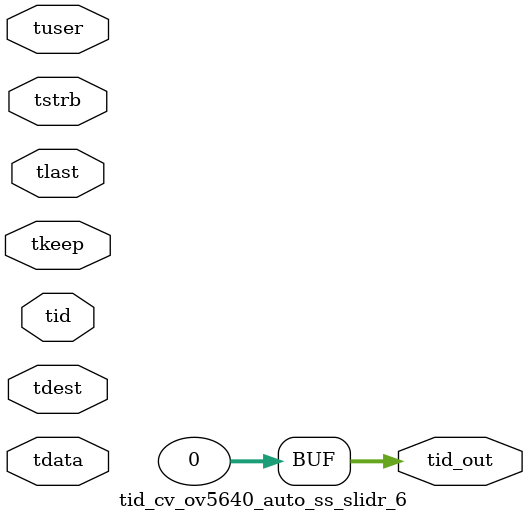
<source format=v>


`timescale 1ps/1ps

module tid_cv_ov5640_auto_ss_slidr_6 #
(
parameter C_S_AXIS_TID_WIDTH   = 1,
parameter C_S_AXIS_TUSER_WIDTH = 0,
parameter C_S_AXIS_TDATA_WIDTH = 0,
parameter C_S_AXIS_TDEST_WIDTH = 0,
parameter C_M_AXIS_TID_WIDTH   = 32
)
(
input  [(C_S_AXIS_TID_WIDTH   == 0 ? 1 : C_S_AXIS_TID_WIDTH)-1:0       ] tid,
input  [(C_S_AXIS_TDATA_WIDTH == 0 ? 1 : C_S_AXIS_TDATA_WIDTH)-1:0     ] tdata,
input  [(C_S_AXIS_TUSER_WIDTH == 0 ? 1 : C_S_AXIS_TUSER_WIDTH)-1:0     ] tuser,
input  [(C_S_AXIS_TDEST_WIDTH == 0 ? 1 : C_S_AXIS_TDEST_WIDTH)-1:0     ] tdest,
input  [(C_S_AXIS_TDATA_WIDTH/8)-1:0 ] tkeep,
input  [(C_S_AXIS_TDATA_WIDTH/8)-1:0 ] tstrb,
input                                                                    tlast,
output [(C_M_AXIS_TID_WIDTH   == 0 ? 1 : C_M_AXIS_TID_WIDTH)-1:0       ] tid_out
);

assign tid_out = {1'b0};

endmodule


</source>
